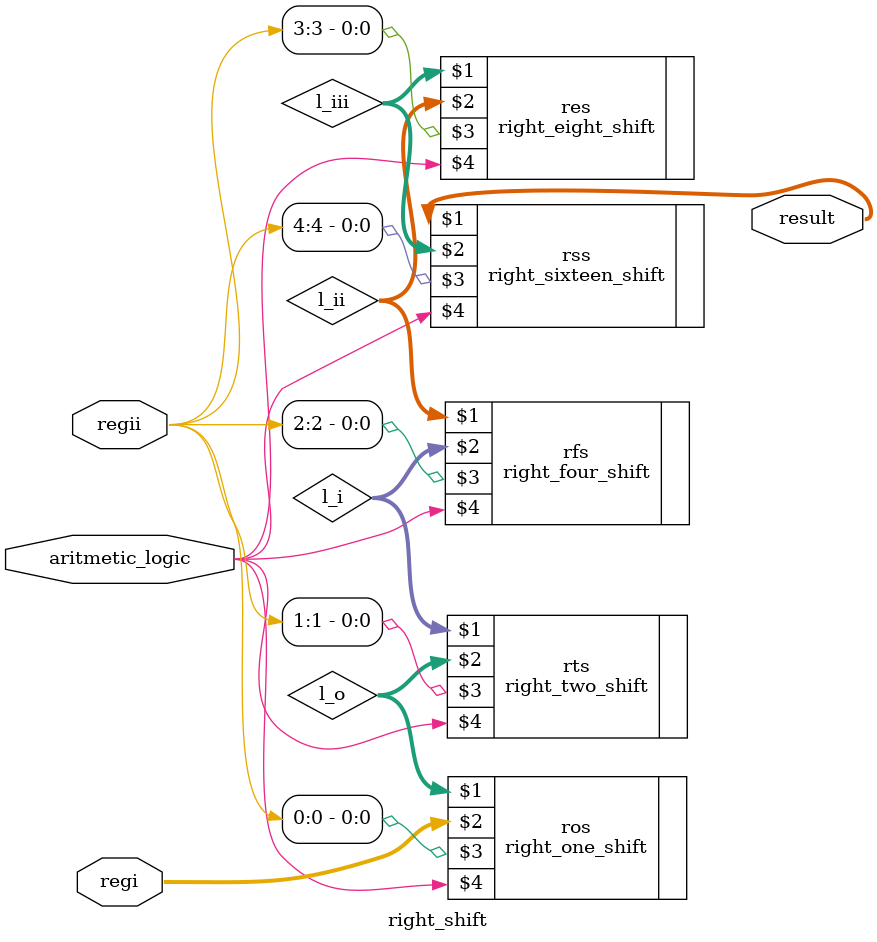
<source format=v>
module right_shift(result, regi, regii, aritmetic_logic);
	input					aritmetic_logic;
	input		[31:0] 	regi, regii		;
	output	[31:0] 	result			;
	wire					clear				;
	wire		[31:0] 	l_o				,
							l_i				,
							l_ii				,
							l_iii				,
							out				,
							error				;
	right_one_shift 		ros		(l_o		, regi	, regii[0], aritmetic_logic);
	right_two_shift 		rts		(l_i		, l_o		, regii[1], aritmetic_logic);
	right_four_shift 		rfs		(l_ii		, l_i		, regii[2], aritmetic_logic);
	right_eight_shift 	res		(l_iii	, l_ii	, regii[3], aritmetic_logic);
	right_sixteen_shift	rss		(result	, l_iii	, regii[4], aritmetic_logic);
endmodule

</source>
